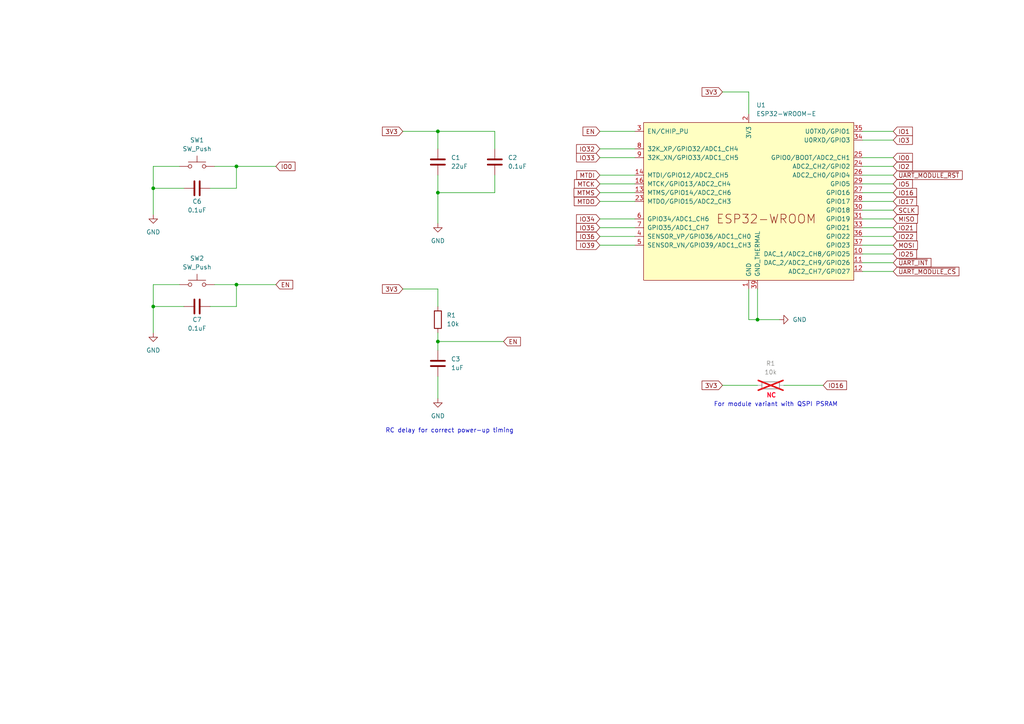
<source format=kicad_sch>
(kicad_sch (version 20230121) (generator eeschema)
  (paper "A4")
  (lib_symbols
    (symbol "Device:C" (pin_numbers hide) (pin_names (offset 0.254))
      (property "Reference" "C" (at 0.635 2.54 0))
      (property "Value" "C" (at 0.635 -2.54 0))
      (symbol "C_0_1"
        (polyline (pts (xy -2.032 -0.762) (xy 2.032 -0.762)) (stroke (width 0.508)))
        (polyline (pts (xy -2.032 0.762) (xy 2.032 0.762)) (stroke (width 0.508)))
      )
      (symbol "C_1_1"
        (pin passive line (at 0 3.81 270) (length 2.794) (name "~") (number "1"))
        (pin passive line (at 0 -3.81 90) (length 2.794) (name "~") (number "2"))
      )
    )
    (symbol "Device:R" (pin_numbers hide) (pin_names (offset 0))
      (property "Reference" "R" (at 2.032 0 90))
      (property "Value" "R" (at 0 0 90))
      (symbol "R_0_1"
        (rectangle (start -1.016 -2.54) (end 1.016 2.54) (stroke (width 0.254)))
      )
      (symbol "R_1_1"
        (pin passive line (at 0 3.81 270) (length 1.27) (name "~") (number "1"))
        (pin passive line (at 0 -3.81 90) (length 1.27) (name "~") (number "2"))
      )
    )
    (symbol "PCM_Espressif:ESP32-WROOM-E" (pin_names (offset 1.016))
      (property "Reference" "U" (at -30.48 27.94 0))
      (property "Value" "ESP32-WROOM-E" (at -30.48 25.4 0))
      (symbol "ESP32-WROOM-E_0_1"
        (rectangle (start -30.48 22.86) (end 30.48 -22.86) (fill (type background)))
      )
      (symbol "ESP32-WROOM-E_1_1"
        (text "ESP32-­WROOM­" (at 5.08 -5.08 0) (effects (font (size 2.54 2.54))))
        (pin power_in line (at 0 -25.4 90) (length 2.54) (name "GND") (number "1"))
        (pin bidirectional line (at 33.02 -15.24 180) (length 2.54) (name "DAC_1/ADC2_CH8/GPIO25") (number "10"))
        (pin bidirectional line (at 33.02 -17.78 180) (length 2.54) (name "DAC_2/ADC2_CH9/GPIO26") (number "11"))
        (pin bidirectional line (at 33.02 -20.32 180) (length 2.54) (name "ADC2_CH7/GPIO27") (number "12"))
        (pin bidirectional line (at -33.02 2.54 0) (length 2.54) (name "MTMS/GPIO14/ADC2_CH6") (number "13"))
        (pin bidirectional line (at -33.02 7.62 0) (length 2.54) (name "MTDI/GPIO12/ADC2_CH5") (number "14"))
        (pin passive line (at 0 -25.4 90) (length 2.54) hide (name "GND") (number "15"))
        (pin bidirectional line (at -33.02 5.08 0) (length 2.54) (name "MTCK/GPIO13/ADC2_CH4") (number "16"))
        (pin power_in line (at 0 25.4 270) (length 2.54) (name "3V3") (number "2"))
        (pin bidirectional line (at -33.02 0 0) (length 2.54) (name "MTDO/GPIO15/ADC2_CH3") (number "23"))
        (pin bidirectional line (at 33.02 10.16 180) (length 2.54) (name "ADC2_CH2/GPIO2") (number "24"))
        (pin bidirectional line (at 33.02 12.7 180) (length 2.54) (name "GPIO0/BOOT/ADC2_CH1") (number "25"))
        (pin bidirectional line (at 33.02 7.62 180) (length 2.54) (name "ADC2_CH0/GPIO4") (number "26"))
        (pin bidirectional line (at 33.02 2.54 180) (length 2.54) (name "GPIO16") (number "27"))
        (pin bidirectional line (at 33.02 0 180) (length 2.54) (name "GPIO17") (number "28"))
        (pin bidirectional line (at 33.02 5.08 180) (length 2.54) (name "GPIO5") (number "29"))
        (pin input line (at -33.02 20.32 0) (length 2.54) (name "EN/CHIP_PU") (number "3"))
        (pin bidirectional line (at 33.02 -2.54 180) (length 2.54) (name "GPIO18") (number "30"))
        (pin bidirectional line (at 33.02 -5.08 180) (length 2.54) (name "GPIO19") (number "31"))
        (pin bidirectional line (at 33.02 -7.62 180) (length 2.54) (name "GPIO21") (number "33"))
        (pin bidirectional line (at 33.02 17.78 180) (length 2.54) (name "U0RXD/GPIO3") (number "34"))
        (pin bidirectional line (at 33.02 20.32 180) (length 2.54) (name "U0TXD/GPIO1") (number "35"))
        (pin bidirectional line (at 33.02 -10.16 180) (length 2.54) (name "GPIO22") (number "36"))
        (pin bidirectional line (at 33.02 -12.7 180) (length 2.54) (name "GPIO23") (number "37"))
        (pin passive line (at 0 -25.4 90) (length 2.54) hide (name "GND") (number "38"))
        (pin power_in line (at 2.54 -25.4 90) (length 2.54) (name "GND_THERMAL") (number "39"))
        (pin input line (at -33.02 -10.16 0) (length 2.54) (name "SENSOR_VP/GPIO36/ADC1_CH0") (number "4"))
        (pin input line (at -33.02 -12.7 0) (length 2.54) (name "SENSOR_VN/GPIO39/ADC1_CH3") (number "5"))
        (pin input line (at -33.02 -5.08 0) (length 2.54) (name "GPIO34/ADC1_CH6") (number "6"))
        (pin input line (at -33.02 -7.62 0) (length 2.54) (name "GPIO35/ADC1_CH7") (number "7"))
        (pin bidirectional line (at -33.02 15.24 0) (length 2.54) (name "32K_XP/GPIO32/ADC1_CH4") (number "8"))
        (pin bidirectional line (at -33.02 12.7 0) (length 2.54) (name "32K_XN/GPIO33/ADC1_CH5") (number "9"))
      )
    )
    (symbol "Switch:SW_Push" (pin_numbers hide) (pin_names (offset 1.016) hide)
      (property "Reference" "SW" (at 1.27 2.54 0))
      (property "Value" "SW_Push" (at 0 -1.524 0))
      (symbol "SW_Push_0_1"
        (circle (center -2.032 0) (radius 0.508))
        (polyline (pts (xy 0 1.27) (xy 0 3.048)))
        (polyline (pts (xy 2.54 1.27) (xy -2.54 1.27)))
        (circle (center 2.032 0) (radius 0.508))
        (pin passive line (at -5.08 0 0) (length 2.54) (name "1") (number "1"))
        (pin passive line (at 5.08 0 180) (length 2.54) (name "2") (number "2"))
      )
    )
    (symbol "power:GND" (power) (pin_names (offset 0))
      (property "Value" "GND" (at 0 -3.81 0))
      (symbol "GND_0_1"
        (polyline (pts (xy 0 0) (xy 0 -1.27) (xy 1.27 -1.27) (xy 0 -2.54) (xy -1.27 -1.27) (xy 0 -1.27)))
      )
      (symbol "GND_1_1"
        (pin power_in line (at 0 0 270) (length 0) hide (name "GND") (number "1"))
      )
    )
  )
  (junction (at 68.58 82.55))
  (junction (at 44.45 54.61))
  (junction (at 44.45 88.9))
  (junction (at 127 55.88))
  (junction (at 127 99.06))
  (junction (at 219.71 92.71))
  (junction (at 68.58 48.26))
  (junction (at 127 38.1))
  (wire (pts (xy 209.55 111.76) (xy 219.71 111.76)))
  (wire (pts (xy 259.08 48.26) (xy 250.19 48.26)))
  (wire (pts (xy 217.17 26.67) (xy 217.17 33.02)))
  (wire (pts (xy 219.71 92.71) (xy 226.06 92.71)))
  (wire (pts (xy 44.45 88.9) (xy 53.34 88.9)))
  (wire (pts (xy 173.99 58.42) (xy 184.15 58.42)))
  (wire (pts (xy 209.55 26.67) (xy 217.17 26.67)))
  (wire (pts (xy 217.17 92.71) (xy 219.71 92.71)))
  (wire (pts (xy 173.99 55.88) (xy 184.15 55.88)))
  (wire (pts (xy 68.58 54.61) (xy 68.58 48.26)))
  (wire (pts (xy 250.19 73.66) (xy 259.08 73.66)))
  (wire (pts (xy 127 38.1) (xy 127 43.18)))
  (wire (pts (xy 250.19 53.34) (xy 259.08 53.34)))
  (wire (pts (xy 173.99 38.1) (xy 184.15 38.1)))
  (wire (pts (xy 127 99.06) (xy 127 101.6)))
  (wire (pts (xy 250.19 60.96) (xy 259.08 60.96)))
  (wire (pts (xy 250.19 71.12) (xy 259.08 71.12)))
  (wire (pts (xy 116.84 38.1) (xy 127 38.1)))
  (wire (pts (xy 127 50.8) (xy 127 55.88)))
  (wire (pts (xy 250.19 66.04) (xy 259.08 66.04)))
  (wire (pts (xy 250.19 58.42) (xy 259.08 58.42)))
  (wire (pts (xy 250.19 78.74) (xy 259.08 78.74)))
  (wire (pts (xy 173.99 53.34) (xy 184.15 53.34)))
  (wire (pts (xy 250.19 68.58) (xy 259.08 68.58)))
  (wire (pts (xy 227.33 111.76) (xy 238.76 111.76)))
  (wire (pts (xy 68.58 48.26) (xy 62.23 48.26)))
  (wire (pts (xy 44.45 82.55) (xy 44.45 88.9)))
  (wire (pts (xy 68.58 48.26) (xy 80.01 48.26)))
  (wire (pts (xy 127 109.22) (xy 127 115.57)))
  (wire (pts (xy 44.45 48.26) (xy 44.45 54.61)))
  (wire (pts (xy 250.19 63.5) (xy 259.08 63.5)))
  (wire (pts (xy 44.45 54.61) (xy 44.45 62.23)))
  (wire (pts (xy 250.19 76.2) (xy 259.08 76.2)))
  (wire (pts (xy 68.58 82.55) (xy 62.23 82.55)))
  (wire (pts (xy 127 55.88) (xy 127 64.77)))
  (wire (pts (xy 250.19 50.8) (xy 259.08 50.8)))
  (wire (pts (xy 250.19 55.88) (xy 259.08 55.88)))
  (wire (pts (xy 173.99 66.04) (xy 184.15 66.04)))
  (wire (pts (xy 173.99 43.18) (xy 184.15 43.18)))
  (wire (pts (xy 173.99 63.5) (xy 184.15 63.5)))
  (wire (pts (xy 44.45 88.9) (xy 44.45 96.52)))
  (wire (pts (xy 173.99 45.72) (xy 184.15 45.72)))
  (wire (pts (xy 60.96 88.9) (xy 68.58 88.9)))
  (wire (pts (xy 217.17 83.82) (xy 217.17 92.71)))
  (wire (pts (xy 44.45 54.61) (xy 53.34 54.61)))
  (wire (pts (xy 250.19 40.64) (xy 259.08 40.64)))
  (wire (pts (xy 68.58 82.55) (xy 80.01 82.55)))
  (wire (pts (xy 173.99 50.8) (xy 184.15 50.8)))
  (wire (pts (xy 127 99.06) (xy 146.05 99.06)))
  (wire (pts (xy 250.19 38.1) (xy 259.08 38.1)))
  (wire (pts (xy 127 55.88) (xy 143.51 55.88)))
  (wire (pts (xy 143.51 38.1) (xy 127 38.1)))
  (wire (pts (xy 173.99 68.58) (xy 184.15 68.58)))
  (wire (pts (xy 143.51 43.18) (xy 143.51 38.1)))
  (wire (pts (xy 60.96 54.61) (xy 68.58 54.61)))
  (wire (pts (xy 52.07 82.55) (xy 44.45 82.55)))
  (wire (pts (xy 68.58 88.9) (xy 68.58 82.55)))
  (wire (pts (xy 116.84 83.82) (xy 127 83.82)))
  (wire (pts (xy 143.51 55.88) (xy 143.51 50.8)))
  (wire (pts (xy 219.71 83.82) (xy 219.71 92.71)))
  (wire (pts (xy 52.07 48.26) (xy 44.45 48.26)))
  (wire (pts (xy 127 96.52) (xy 127 99.06)))
  (wire (pts (xy 173.99 71.12) (xy 184.15 71.12)))
  (wire (pts (xy 259.08 45.72) (xy 250.19 45.72)))
  (wire (pts (xy 127 83.82) (xy 127 88.9)))
  (text "For module variant with QSPI PSRAM" (at 207.01 118.11 0) (effects (font (size 1.27 1.27)) (justify left bottom)))
  (text "NC" (at 222.25 115.57 0) (effects (font (size 1.27 1.27) (thickness 0.254) bold) (justify left bottom)))
  (text "RC delay for correct power-up timing" (at 111.76 125.73 0) (effects (font (size 1.27 1.27)) (justify left bottom)))
  (global_label "IO36" (shape input) (at 173.99 68.58 180) (property "Intersheetrefs" "${INTERSHEET_REFS}" (effects hide)))
  (global_label "IO34" (shape input) (at 173.99 63.5 180) (property "Intersheetrefs" "${INTERSHEET_REFS}" (effects hide)))
  (global_label "~{UART_MODULE_RST}" (shape input) (at 259.08 50.8 0) (property "Intersheetrefs" "${INTERSHEET_REFS}" (effects hide)))
  (global_label "MTCK" (shape input) (at 173.99 53.34 180) (property "Intersheetrefs" "${INTERSHEET_REFS}" (effects hide)))
  (global_label "IO1" (shape input) (at 259.08 38.1 0) (property "Intersheetrefs" "${INTERSHEET_REFS}" (effects hide)))
  (global_label "IO21" (shape input) (at 259.08 66.04 0) (property "Intersheetrefs" "${INTERSHEET_REFS}" (effects hide)))
  (global_label "IO25" (shape input) (at 259.08 73.66 0) (property "Intersheetrefs" "${INTERSHEET_REFS}" (effects hide)))
  (global_label "3V3" (shape input) (at 209.55 26.67 180) (property "Intersheetrefs" "${INTERSHEET_REFS}" (effects hide)))
  (global_label "3V3" (shape input) (at 116.84 83.82 180) (property "Intersheetrefs" "${INTERSHEET_REFS}" (effects hide)))
  (global_label "IO16" (shape input) (at 238.76 111.76 0) (property "Intersheetrefs" "${INTERSHEET_REFS}" (effects hide)))
  (global_label "IO3" (shape input) (at 259.08 40.64 0) (property "Intersheetrefs" "${INTERSHEET_REFS}" (effects hide)))
  (global_label "IO0" (shape input) (at 80.01 48.26 0) (property "Intersheetrefs" "${INTERSHEET_REFS}" (effects hide)))
  (global_label "MOSI" (shape input) (at 259.08 71.12 0) (property "Intersheetrefs" "${INTERSHEET_REFS}" (effects hide)))
  (global_label "MISO" (shape input) (at 259.08 63.5 0) (property "Intersheetrefs" "${INTERSHEET_REFS}" (effects hide)))
  (global_label "SCLK" (shape input) (at 259.08 60.96 0) (property "Intersheetrefs" "${INTERSHEET_REFS}" (effects hide)))
  (global_label "3V3" (shape input) (at 209.55 111.76 180) (property "Intersheetrefs" "${INTERSHEET_REFS}" (effects hide)))
  (global_label "IO2" (shape input) (at 259.08 48.26 0) (property "Intersheetrefs" "${INTERSHEET_REFS}" (effects hide)))
  (global_label "IO35" (shape input) (at 173.99 66.04 180) (property "Intersheetrefs" "${INTERSHEET_REFS}" (effects hide)))
  (global_label "IO39" (shape input) (at 173.99 71.12 180) (property "Intersheetrefs" "${INTERSHEET_REFS}" (effects hide)))
  (global_label "IO32" (shape input) (at 173.99 43.18 180) (property "Intersheetrefs" "${INTERSHEET_REFS}" (effects hide)))
  (global_label "IO17" (shape input) (at 259.08 58.42 0) (property "Intersheetrefs" "${INTERSHEET_REFS}" (effects hide)))
  (global_label "MTMS" (shape input) (at 173.99 55.88 180) (property "Intersheetrefs" "${INTERSHEET_REFS}" (effects hide)))
  (global_label "3V3" (shape input) (at 116.84 38.1 180) (property "Intersheetrefs" "${INTERSHEET_REFS}" (effects hide)))
  (global_label "EN" (shape input) (at 80.01 82.55 0) (property "Intersheetrefs" "${INTERSHEET_REFS}" (effects hide)))
  (global_label "EN" (shape input) (at 146.05 99.06 0) (property "Intersheetrefs" "${INTERSHEET_REFS}" (effects hide)))
  (global_label "~{UART_MODULE_CS}" (shape input) (at 259.08 78.74 0) (property "Intersheetrefs" "${INTERSHEET_REFS}" (effects hide)))
  (global_label "MTDI" (shape input) (at 173.99 50.8 180) (property "Intersheetrefs" "${INTERSHEET_REFS}" (effects hide)))
  (global_label "IO16" (shape input) (at 259.08 55.88 0) (property "Intersheetrefs" "${INTERSHEET_REFS}" (effects hide)))
  (global_label "IO33" (shape input) (at 173.99 45.72 180) (property "Intersheetrefs" "${INTERSHEET_REFS}" (effects hide)))
  (global_label "IO0" (shape input) (at 259.08 45.72 0) (property "Intersheetrefs" "${INTERSHEET_REFS}" (effects hide)))
  (global_label "MTDO" (shape input) (at 173.99 58.42 180) (property "Intersheetrefs" "${INTERSHEET_REFS}" (effects hide)))
  (global_label "~{UART_INT}" (shape input) (at 259.08 76.2 0) (property "Intersheetrefs" "${INTERSHEET_REFS}" (effects hide)))
  (global_label "IO22" (shape input) (at 259.08 68.58 0) (property "Intersheetrefs" "${INTERSHEET_REFS}" (effects hide)))
  (global_label "IO5" (shape input) (at 259.08 53.34 0) (property "Intersheetrefs" "${INTERSHEET_REFS}" (effects hide)))
  (global_label "EN" (shape input) (at 173.99 38.1 180) (property "Intersheetrefs" "${INTERSHEET_REFS}" (effects hide)))
  (symbol (lib_id "power:GND") (at 127 115.57 0) (unit 1)
    (property "Reference" "#PWR01" (effects hide))
    (property "Value" "GND" (at 127 120.65 0))
    (instances (project "mainBoard" (path "" (reference "#PWR01") (unit 1)) (path "" (reference "#PWR02") (unit 1))))
  )
  (symbol (lib_id "Device:C") (at 57.15 88.9 90) (unit 1)
    (property "Reference" "C7" (at 57.15 92.71 90))
    (property "Value" "0.1uF" (at 57.15 95.25 90))
  )
  (symbol (lib_id "power:GND") (at 127 64.77 0) (unit 1)
    (property "Reference" "#PWR02" (effects hide))
    (property "Value" "GND" (at 127 69.85 0))
    (instances (project "mainBoard" (path "" (reference "#PWR02") (unit 1)) (path "" (reference "#PWR01") (unit 1))))
  )
  (symbol (lib_id "Device:C") (at 143.51 46.99 0) (unit 1)
    (property "Reference" "C2" (at 147.32 45.72 0) (effects (justify left)))
    (property "Value" "0.1uF" (at 147.32 48.26 0) (effects (justify left)))
    (instances (project "mainBoard" (path "" (reference "C2") (unit 1)) (path "" (reference "C3") (unit 1))))
  )
  (symbol (lib_id "Device:C") (at 57.15 54.61 90) (unit 1)
    (property "Reference" "C6" (at 57.15 58.42 90))
    (property "Value" "0.1uF" (at 57.15 60.96 90))
  )
  (symbol (lib_id "Switch:SW_Push") (at 57.15 82.55 0) (unit 1)
    (property "Reference" "SW2" (at 57.15 74.93 0))
    (property "Value" "SW_Push" (at 57.15 77.47 0))
  )
  (symbol (lib_id "power:GND") (at 226.06 92.71 90) (unit 1)
    (property "Reference" "#PWR08" (effects hide))
    (property "Value" "GND" (at 229.87 92.71 90) (effects (justify right)))
  )
  (symbol (lib_id "Device:C") (at 127 105.41 0) (unit 1)
    (property "Reference" "C3" (at 130.81 104.14 0) (effects (justify left)))
    (property "Value" "1uF" (at 130.81 106.68 0) (effects (justify left)))
    (instances (project "mainBoard" (path "" (reference "C3") (unit 1)) (path "" (reference "C2") (unit 1))))
  )
  (symbol (lib_id "Switch:SW_Push") (at 57.15 48.26 0) (unit 1)
    (property "Reference" "SW1" (at 57.15 40.64 0))
    (property "Value" "SW_Push" (at 57.15 43.18 0))
  )
  (symbol (lib_id "Device:C") (at 127 46.99 0) (unit 1)
    (property "Reference" "C1" (at 130.81 45.72 0) (effects (justify left)))
    (property "Value" "22uF" (at 130.81 48.26 0) (effects (justify left)))
  )
  (symbol (lib_id "PCM_Espressif:ESP32-WROOM-E") (at 217.17 58.42 0) (unit 1)
    (property "Reference" "U1" (at 219.3641 30.48 0) (effects (justify left)))
    (property "Value" "ESP32-WROOM-E" (at 219.3641 33.02 0) (effects (justify left)))
    (property "Footprint" "PCM_Espressif:ESP32-WROOM-32E" (effects hide))
    (property "Datasheet" "https://www.espressif.com/sites/default/files/documentation/esp32-wroom-32e_esp32-wroom-32ue_datasheet_en.pdf" (effects hide))
  )
  (symbol (lib_id "Device:R") (at 223.52 111.76 90) (unit 1) (dnp yes)
    (property "Reference" "R1" (at 223.52 105.41 90))
    (property "Value" "10k" (at 223.52 107.95 90))
    (instances (project "mainBoard" (path "" (reference "R1") (unit 1)) (path "" (reference "R2") (unit 1))))
  )
  (symbol (lib_id "power:GND") (at 44.45 62.23 0) (unit 1)
    (property "Reference" "#PWR06" (effects hide))
    (property "Value" "GND" (at 44.45 67.31 0))
  )
  (symbol (lib_id "Device:R") (at 127 92.71 0) (unit 1)
    (property "Reference" "R1" (at 129.54 91.44 0) (effects (justify left)))
    (property "Value" "10k" (at 129.54 93.98 0) (effects (justify left)))
  )
  (symbol (lib_id "power:GND") (at 44.45 96.52 0) (unit 1)
    (property "Reference" "#PWR07" (effects hide))
    (property "Value" "GND" (at 44.45 101.6 0))
  )
)
</source>
